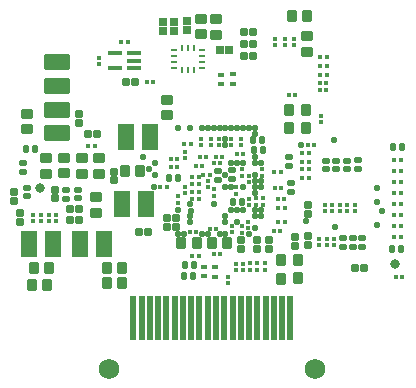
<source format=gbr>
G04*
G04 #@! TF.GenerationSoftware,Altium Limited,Altium Designer,24.6.1 (21)*
G04*
G04 Layer_Color=16711935*
%FSLAX44Y44*%
%MOMM*%
G71*
G04*
G04 #@! TF.SameCoordinates,46D9000B-954F-446C-B998-76B77EA3697B*
G04*
G04*
G04 #@! TF.FilePolarity,Negative*
G04*
G01*
G75*
%ADD43C,0.8382*%
G04:AMPARAMS|DCode=44|XSize=0.4048mm|YSize=0.4048mm|CornerRadius=0.0729mm|HoleSize=0mm|Usage=FLASHONLY|Rotation=180.000|XOffset=0mm|YOffset=0mm|HoleType=Round|Shape=RoundedRectangle|*
%AMROUNDEDRECTD44*
21,1,0.4048,0.2591,0,0,180.0*
21,1,0.2591,0.4048,0,0,180.0*
1,1,0.1457,-0.1295,0.1295*
1,1,0.1457,0.1295,0.1295*
1,1,0.1457,0.1295,-0.1295*
1,1,0.1457,-0.1295,-0.1295*
%
%ADD44ROUNDEDRECTD44*%
G04:AMPARAMS|DCode=45|XSize=0.9982mm|YSize=0.8712mm|CornerRadius=0.1511mm|HoleSize=0mm|Usage=FLASHONLY|Rotation=90.000|XOffset=0mm|YOffset=0mm|HoleType=Round|Shape=RoundedRectangle|*
%AMROUNDEDRECTD45*
21,1,0.9982,0.5690,0,0,90.0*
21,1,0.6960,0.8712,0,0,90.0*
1,1,0.3022,0.2845,0.3480*
1,1,0.3022,0.2845,-0.3480*
1,1,0.3022,-0.2845,-0.3480*
1,1,0.3022,-0.2845,0.3480*
%
%ADD45ROUNDEDRECTD45*%
G04:AMPARAMS|DCode=47|XSize=0.6172mm|YSize=0.668mm|CornerRadius=0.1143mm|HoleSize=0mm|Usage=FLASHONLY|Rotation=180.000|XOffset=0mm|YOffset=0mm|HoleType=Round|Shape=RoundedRectangle|*
%AMROUNDEDRECTD47*
21,1,0.6172,0.4394,0,0,180.0*
21,1,0.3886,0.6680,0,0,180.0*
1,1,0.2286,-0.1943,0.2197*
1,1,0.2286,0.1943,0.2197*
1,1,0.2286,0.1943,-0.2197*
1,1,0.2286,-0.1943,-0.2197*
%
%ADD47ROUNDEDRECTD47*%
G04:AMPARAMS|DCode=48|XSize=0.608mm|YSize=0.5572mm|CornerRadius=0.0843mm|HoleSize=0mm|Usage=FLASHONLY|Rotation=180.000|XOffset=0mm|YOffset=0mm|HoleType=Round|Shape=RoundedRectangle|*
%AMROUNDEDRECTD48*
21,1,0.6080,0.3886,0,0,180.0*
21,1,0.4394,0.5572,0,0,180.0*
1,1,0.1686,-0.2197,0.1943*
1,1,0.1686,0.2197,0.1943*
1,1,0.1686,0.2197,-0.1943*
1,1,0.1686,-0.2197,-0.1943*
%
%ADD48ROUNDEDRECTD48*%
G04:AMPARAMS|DCode=49|XSize=0.4048mm|YSize=0.4048mm|CornerRadius=0.0729mm|HoleSize=0mm|Usage=FLASHONLY|Rotation=270.000|XOffset=0mm|YOffset=0mm|HoleType=Round|Shape=RoundedRectangle|*
%AMROUNDEDRECTD49*
21,1,0.4048,0.2591,0,0,270.0*
21,1,0.2591,0.4048,0,0,270.0*
1,1,0.1457,-0.1295,-0.1295*
1,1,0.1457,-0.1295,0.1295*
1,1,0.1457,0.1295,0.1295*
1,1,0.1457,0.1295,-0.1295*
%
%ADD49ROUNDEDRECTD49*%
G04:AMPARAMS|DCode=51|XSize=0.6172mm|YSize=0.668mm|CornerRadius=0.1143mm|HoleSize=0mm|Usage=FLASHONLY|Rotation=270.000|XOffset=0mm|YOffset=0mm|HoleType=Round|Shape=RoundedRectangle|*
%AMROUNDEDRECTD51*
21,1,0.6172,0.4394,0,0,270.0*
21,1,0.3886,0.6680,0,0,270.0*
1,1,0.2286,-0.2197,-0.1943*
1,1,0.2286,-0.2197,0.1943*
1,1,0.2286,0.2197,0.1943*
1,1,0.2286,0.2197,-0.1943*
%
%ADD51ROUNDEDRECTD51*%
G04:AMPARAMS|DCode=55|XSize=0.608mm|YSize=0.5572mm|CornerRadius=0.0843mm|HoleSize=0mm|Usage=FLASHONLY|Rotation=90.000|XOffset=0mm|YOffset=0mm|HoleType=Round|Shape=RoundedRectangle|*
%AMROUNDEDRECTD55*
21,1,0.6080,0.3886,0,0,90.0*
21,1,0.4394,0.5572,0,0,90.0*
1,1,0.1686,0.1943,0.2197*
1,1,0.1686,0.1943,-0.2197*
1,1,0.1686,-0.1943,-0.2197*
1,1,0.1686,-0.1943,0.2197*
%
%ADD55ROUNDEDRECTD55*%
G04:AMPARAMS|DCode=65|XSize=0.8874mm|YSize=0.9382mm|CornerRadius=0.1287mm|HoleSize=0mm|Usage=FLASHONLY|Rotation=0.000|XOffset=0mm|YOffset=0mm|HoleType=Round|Shape=RoundedRectangle|*
%AMROUNDEDRECTD65*
21,1,0.8874,0.6807,0,0,0.0*
21,1,0.6299,0.9382,0,0,0.0*
1,1,0.2575,0.3150,-0.3404*
1,1,0.2575,-0.3150,-0.3404*
1,1,0.2575,-0.3150,0.3404*
1,1,0.2575,0.3150,0.3404*
%
%ADD65ROUNDEDRECTD65*%
%ADD66C,1.7272*%
%ADD67C,0.5532*%
%ADD74R,0.4750X0.2500*%
%ADD75R,0.2500X0.4750*%
%ADD77R,0.5000X0.4000*%
%ADD79R,1.2584X0.3758*%
G04:AMPARAMS|DCode=80|XSize=1.2584mm|YSize=0.3758mm|CornerRadius=0.1879mm|HoleSize=0mm|Usage=FLASHONLY|Rotation=180.000|XOffset=0mm|YOffset=0mm|HoleType=Round|Shape=RoundedRectangle|*
%AMROUNDEDRECTD80*
21,1,1.2584,0.0000,0,0,180.0*
21,1,0.8826,0.3758,0,0,180.0*
1,1,0.3758,-0.4413,0.0000*
1,1,0.3758,0.4413,0.0000*
1,1,0.3758,0.4413,0.0000*
1,1,0.3758,-0.4413,0.0000*
%
%ADD80ROUNDEDRECTD80*%
%ADD83R,0.6032X3.7032*%
G04:AMPARAMS|DCode=84|XSize=1.4192mm|YSize=2.2066mm|CornerRadius=0.1914mm|HoleSize=0mm|Usage=FLASHONLY|Rotation=180.000|XOffset=0mm|YOffset=0mm|HoleType=Round|Shape=RoundedRectangle|*
%AMROUNDEDRECTD84*
21,1,1.4192,1.8237,0,0,180.0*
21,1,1.0363,2.2066,0,0,180.0*
1,1,0.3829,-0.5182,0.9119*
1,1,0.3829,0.5182,0.9119*
1,1,0.3829,0.5182,-0.9119*
1,1,0.3829,-0.5182,-0.9119*
%
%ADD84ROUNDEDRECTD84*%
%ADD85R,0.7032X0.6532*%
G04:AMPARAMS|DCode=86|XSize=1.4192mm|YSize=2.2066mm|CornerRadius=0.1914mm|HoleSize=0mm|Usage=FLASHONLY|Rotation=90.000|XOffset=0mm|YOffset=0mm|HoleType=Round|Shape=RoundedRectangle|*
%AMROUNDEDRECTD86*
21,1,1.4192,1.8237,0,0,90.0*
21,1,1.0363,2.2066,0,0,90.0*
1,1,0.3829,0.9119,0.5182*
1,1,0.3829,0.9119,-0.5182*
1,1,0.3829,-0.9119,-0.5182*
1,1,0.3829,-0.9119,0.5182*
%
%ADD86ROUNDEDRECTD86*%
G04:AMPARAMS|DCode=87|XSize=0.9982mm|YSize=0.8712mm|CornerRadius=0.1511mm|HoleSize=0mm|Usage=FLASHONLY|Rotation=180.000|XOffset=0mm|YOffset=0mm|HoleType=Round|Shape=RoundedRectangle|*
%AMROUNDEDRECTD87*
21,1,0.9982,0.5690,0,0,180.0*
21,1,0.6960,0.8712,0,0,180.0*
1,1,0.3022,-0.3480,0.2845*
1,1,0.3022,0.3480,0.2845*
1,1,0.3022,0.3480,-0.2845*
1,1,0.3022,-0.3480,-0.2845*
%
%ADD87ROUNDEDRECTD87*%
%ADD88R,0.6532X0.7032*%
D43*
X26924Y103378D02*
D03*
X326898Y39116D02*
D03*
D44*
X228470Y86868D02*
D03*
X233810D02*
D03*
X193040Y98931D02*
D03*
Y104270D02*
D03*
X203454Y108582D02*
D03*
Y113921D02*
D03*
X203708Y89278D02*
D03*
Y94618D02*
D03*
X209550Y89532D02*
D03*
Y94872D02*
D03*
X173990Y102492D02*
D03*
Y97153D02*
D03*
X168656Y109858D02*
D03*
Y104518D02*
D03*
X197655Y119502D02*
D03*
Y114163D02*
D03*
X149606Y134242D02*
D03*
Y128903D02*
D03*
X163068Y145417D02*
D03*
Y140078D02*
D03*
X171450D02*
D03*
Y145417D02*
D03*
X178562D02*
D03*
Y140078D02*
D03*
X188722Y145163D02*
D03*
Y139824D02*
D03*
X196596Y145163D02*
D03*
Y139824D02*
D03*
X215392Y94872D02*
D03*
Y89532D02*
D03*
X224843Y67089D02*
D03*
X230182D02*
D03*
X233810Y74930D02*
D03*
X228470D02*
D03*
X233302Y94742D02*
D03*
X227962D02*
D03*
X230886Y103632D02*
D03*
X225547D02*
D03*
X193262Y132842D02*
D03*
X198601D02*
D03*
X230508Y117094D02*
D03*
X225168D02*
D03*
X143764Y96650D02*
D03*
Y91311D02*
D03*
X226060Y224660D02*
D03*
Y230000D02*
D03*
X233934Y224407D02*
D03*
Y229746D02*
D03*
X241808Y224407D02*
D03*
Y229746D02*
D03*
X263189Y55265D02*
D03*
Y60604D02*
D03*
X269793Y55519D02*
D03*
Y60858D02*
D03*
X275889Y55519D02*
D03*
Y60858D02*
D03*
X268224Y89446D02*
D03*
Y84107D02*
D03*
X274320Y89446D02*
D03*
Y84107D02*
D03*
X280924Y89446D02*
D03*
Y84107D02*
D03*
X287020Y89446D02*
D03*
Y84107D02*
D03*
X293624Y89446D02*
D03*
Y84107D02*
D03*
X100968Y227330D02*
D03*
X95628D02*
D03*
X149352Y99438D02*
D03*
Y104777D02*
D03*
X237614Y182626D02*
D03*
X242953D02*
D03*
D45*
X111656Y118110D02*
D03*
X98656D02*
D03*
X159408Y57404D02*
D03*
X146408D02*
D03*
X239880Y249682D02*
D03*
X252880D02*
D03*
X21186Y35560D02*
D03*
X34186D02*
D03*
X19916Y21336D02*
D03*
X32916D02*
D03*
X96162Y23622D02*
D03*
X83162D02*
D03*
X96162Y36322D02*
D03*
X83162D02*
D03*
X185316Y57404D02*
D03*
X172316D02*
D03*
D47*
X52385Y85852D02*
D03*
X59883D02*
D03*
Y76708D02*
D03*
X52385D02*
D03*
X300675Y36322D02*
D03*
X293177D02*
D03*
X134427Y78232D02*
D03*
X141925D02*
D03*
X141671Y70612D02*
D03*
X134173D02*
D03*
X110805Y66802D02*
D03*
X118303D02*
D03*
X75123Y149352D02*
D03*
X67625D02*
D03*
X99629Y193548D02*
D03*
X107127D02*
D03*
X199705Y215646D02*
D03*
X207203D02*
D03*
Y225806D02*
D03*
X199705D02*
D03*
X207203Y235458D02*
D03*
X199705D02*
D03*
D48*
X299257Y53973D02*
D03*
Y61470D02*
D03*
X283509Y53932D02*
D03*
Y61430D02*
D03*
X291338Y53973D02*
D03*
Y61470D02*
D03*
X189230Y118811D02*
D03*
Y111313D02*
D03*
X239014Y100137D02*
D03*
Y107635D02*
D03*
X15748Y96581D02*
D03*
Y104079D02*
D03*
X12446Y117155D02*
D03*
Y124653D02*
D03*
X49022Y102047D02*
D03*
Y94549D02*
D03*
X58928Y102301D02*
D03*
Y94803D02*
D03*
X237236Y129733D02*
D03*
Y122235D02*
D03*
X177546Y118049D02*
D03*
Y110551D02*
D03*
X286512Y119441D02*
D03*
Y126939D02*
D03*
X268732Y119441D02*
D03*
Y126939D02*
D03*
X277622Y119441D02*
D03*
Y126939D02*
D03*
X296164Y119695D02*
D03*
Y127193D02*
D03*
D49*
X186182Y23238D02*
D03*
Y28577D02*
D03*
X175639Y130221D02*
D03*
X180977D02*
D03*
X155573Y113030D02*
D03*
X160912D02*
D03*
X173860Y124460D02*
D03*
X179200D02*
D03*
X333123Y28702D02*
D03*
X327784D02*
D03*
X158745Y121920D02*
D03*
X164084D02*
D03*
X161922Y130048D02*
D03*
X167262D02*
D03*
X155573Y106934D02*
D03*
X160912D02*
D03*
X155573Y100584D02*
D03*
X160912D02*
D03*
X155573Y94488D02*
D03*
X160912D02*
D03*
X133988Y104394D02*
D03*
X128649D02*
D03*
X142715Y128270D02*
D03*
X137376D02*
D03*
X142624Y121158D02*
D03*
X137284D02*
D03*
X154307Y140716D02*
D03*
X148968D02*
D03*
X40386Y80901D02*
D03*
Y75563D02*
D03*
X27686Y80901D02*
D03*
Y75563D02*
D03*
X34036Y80901D02*
D03*
Y75563D02*
D03*
X21082Y81156D02*
D03*
Y75816D02*
D03*
X214359Y114095D02*
D03*
Y119435D02*
D03*
X153287Y66802D02*
D03*
X158625D02*
D03*
X175989Y69057D02*
D03*
X170650D02*
D03*
X258572Y140208D02*
D03*
X253233D02*
D03*
X254130Y133096D02*
D03*
X248790D02*
D03*
X254130Y125730D02*
D03*
X248790D02*
D03*
X254130Y119380D02*
D03*
X248790D02*
D03*
X254130Y112014D02*
D03*
X248790D02*
D03*
X73028Y139192D02*
D03*
X67688D02*
D03*
X76454Y213997D02*
D03*
Y208659D02*
D03*
X117219Y193548D02*
D03*
X122557D02*
D03*
X263776Y186944D02*
D03*
X269116D02*
D03*
X263776Y192819D02*
D03*
X269116D02*
D03*
X263939Y199423D02*
D03*
X269278D02*
D03*
X178946Y47752D02*
D03*
X173606D02*
D03*
X155573Y46482D02*
D03*
X160912D02*
D03*
X326705Y127754D02*
D03*
X332044D02*
D03*
X326705Y118345D02*
D03*
X332044D02*
D03*
X326705Y108936D02*
D03*
X332044D02*
D03*
X326705Y99527D02*
D03*
X332044D02*
D03*
X326705Y90119D02*
D03*
X332044D02*
D03*
X326705Y80709D02*
D03*
X332044D02*
D03*
X326705Y71301D02*
D03*
X332044D02*
D03*
X326705Y61892D02*
D03*
X332044D02*
D03*
X197358Y71249D02*
D03*
Y65911D02*
D03*
X164970Y115062D02*
D03*
X170310D02*
D03*
X269278Y206789D02*
D03*
X263939D02*
D03*
X189484Y71504D02*
D03*
Y66164D02*
D03*
X198374Y39499D02*
D03*
Y34160D02*
D03*
X204470Y39753D02*
D03*
Y34415D02*
D03*
X264414Y159129D02*
D03*
Y164468D02*
D03*
X217170Y39753D02*
D03*
Y34415D02*
D03*
X202946Y69467D02*
D03*
Y74805D02*
D03*
X192786Y34160D02*
D03*
Y39499D02*
D03*
X210820Y39753D02*
D03*
Y34415D02*
D03*
X263939Y214409D02*
D03*
X269278D02*
D03*
D51*
X196596Y51877D02*
D03*
Y59375D02*
D03*
X5080Y92517D02*
D03*
Y100015D02*
D03*
X39116Y102301D02*
D03*
Y94803D02*
D03*
X89154Y117541D02*
D03*
Y110043D02*
D03*
X9906Y82743D02*
D03*
Y75245D02*
D03*
X210566Y59883D02*
D03*
Y52385D02*
D03*
X220980Y59883D02*
D03*
Y52385D02*
D03*
X254000Y81849D02*
D03*
Y89347D02*
D03*
X242570Y62423D02*
D03*
Y54925D02*
D03*
X254000Y62677D02*
D03*
Y55179D02*
D03*
X59944Y159065D02*
D03*
Y166563D02*
D03*
D55*
X14600Y136398D02*
D03*
X22098D02*
D03*
X156657Y38608D02*
D03*
X149159D02*
D03*
X156149Y29464D02*
D03*
X148651D02*
D03*
X333124Y138463D02*
D03*
X325625D02*
D03*
X215585Y135890D02*
D03*
X208087D02*
D03*
X214823Y144018D02*
D03*
X207325D02*
D03*
X143449Y112268D02*
D03*
X135951D02*
D03*
X197297Y91440D02*
D03*
X189799D02*
D03*
X325120Y52324D02*
D03*
X332618D02*
D03*
D65*
X237685Y169548D02*
D03*
Y154049D02*
D03*
X251773D02*
D03*
Y169548D02*
D03*
X230378Y42294D02*
D03*
Y26795D02*
D03*
X245364Y27302D02*
D03*
Y42801D02*
D03*
D66*
X259386Y-49200D02*
D03*
X85386D02*
D03*
D67*
X276098Y70934D02*
D03*
X183670Y64742D02*
D03*
Y74742D02*
D03*
X123416Y104742D02*
D03*
X251844Y75950D02*
D03*
X275844Y143950D02*
D03*
X183670Y114742D02*
D03*
X123670Y124742D02*
D03*
Y114742D02*
D03*
X247844Y139950D02*
D03*
X311844Y103950D02*
D03*
Y71950D02*
D03*
X315844Y83950D02*
D03*
X311844Y91950D02*
D03*
X203670Y64742D02*
D03*
X173670Y89742D02*
D03*
X208670Y99742D02*
D03*
X198628Y104902D02*
D03*
X208670Y109742D02*
D03*
Y104742D02*
D03*
X213670D02*
D03*
Y109742D02*
D03*
X153670Y74742D02*
D03*
X183670Y144742D02*
D03*
X143670Y64742D02*
D03*
Y84742D02*
D03*
X118670Y119742D02*
D03*
X113670Y129742D02*
D03*
X143670Y154742D02*
D03*
X183670Y104742D02*
D03*
X153670Y79742D02*
D03*
X154686Y84582D02*
D03*
X153670Y89742D02*
D03*
X208670Y114742D02*
D03*
Y129742D02*
D03*
X213670Y124742D02*
D03*
X208670D02*
D03*
X198670D02*
D03*
X193670D02*
D03*
X188670D02*
D03*
X183670Y139742D02*
D03*
X208670Y149742D02*
D03*
Y154742D02*
D03*
X203670D02*
D03*
X198670D02*
D03*
X173670D02*
D03*
X193670D02*
D03*
X188670D02*
D03*
X183670D02*
D03*
X178670D02*
D03*
X168670D02*
D03*
X163670D02*
D03*
X153670D02*
D03*
X208670Y69742D02*
D03*
X213670Y79742D02*
D03*
X208670D02*
D03*
X213670Y84742D02*
D03*
X208670D02*
D03*
X188670Y104742D02*
D03*
X198670Y84742D02*
D03*
X188670D02*
D03*
X193670D02*
D03*
Y74742D02*
D03*
X178670Y64742D02*
D03*
X183670Y79742D02*
D03*
X168670Y64742D02*
D03*
X163670D02*
D03*
X148670D02*
D03*
D74*
X163517Y220352D02*
D03*
Y215352D02*
D03*
Y210352D02*
D03*
Y205352D02*
D03*
X140267D02*
D03*
Y210352D02*
D03*
Y215352D02*
D03*
Y220352D02*
D03*
D75*
X156892Y203727D02*
D03*
X151892D02*
D03*
X146892D02*
D03*
Y221977D02*
D03*
X151892D02*
D03*
X156892D02*
D03*
D77*
X179832Y191580D02*
D03*
Y199580D02*
D03*
X189992Y191834D02*
D03*
Y199834D02*
D03*
X175260Y36512D02*
D03*
Y28512D02*
D03*
X165354Y36766D02*
D03*
Y28766D02*
D03*
D79*
X106425Y218082D02*
D03*
D80*
Y211582D02*
D03*
Y205082D02*
D03*
X89888D02*
D03*
Y218082D02*
D03*
D83*
X161686Y-6350D02*
D03*
X203686D02*
D03*
X210686D02*
D03*
X224686D02*
D03*
X231686D02*
D03*
X238686D02*
D03*
X217686D02*
D03*
X196686D02*
D03*
X189686D02*
D03*
X182686D02*
D03*
X175686D02*
D03*
X168686D02*
D03*
X154686D02*
D03*
X119686D02*
D03*
X112686D02*
D03*
X147686D02*
D03*
X140686D02*
D03*
X133686D02*
D03*
X126686D02*
D03*
X105686D02*
D03*
D84*
X95822Y89916D02*
D03*
X116014D02*
D03*
X37465Y55880D02*
D03*
X17272D02*
D03*
X60262Y56388D02*
D03*
X80455D02*
D03*
X99377Y147066D02*
D03*
X119571D02*
D03*
D85*
X186376Y220472D02*
D03*
X178876D02*
D03*
D86*
X41148Y170117D02*
D03*
Y149923D02*
D03*
Y190056D02*
D03*
Y210249D02*
D03*
D87*
X16002Y166266D02*
D03*
Y153266D02*
D03*
X163322Y234038D02*
D03*
Y247038D02*
D03*
X175768Y233530D02*
D03*
Y246530D02*
D03*
X252730Y219052D02*
D03*
Y232052D02*
D03*
X46736Y129182D02*
D03*
Y116182D02*
D03*
X76708Y115674D02*
D03*
Y128674D02*
D03*
X62484Y115674D02*
D03*
Y128674D02*
D03*
X31496Y115928D02*
D03*
Y128928D02*
D03*
X73914Y82908D02*
D03*
Y95908D02*
D03*
X134620Y165458D02*
D03*
Y178458D02*
D03*
D88*
X130556Y244034D02*
D03*
Y236534D02*
D03*
X140462Y244288D02*
D03*
Y236788D02*
D03*
X151130Y244796D02*
D03*
Y237296D02*
D03*
M02*

</source>
